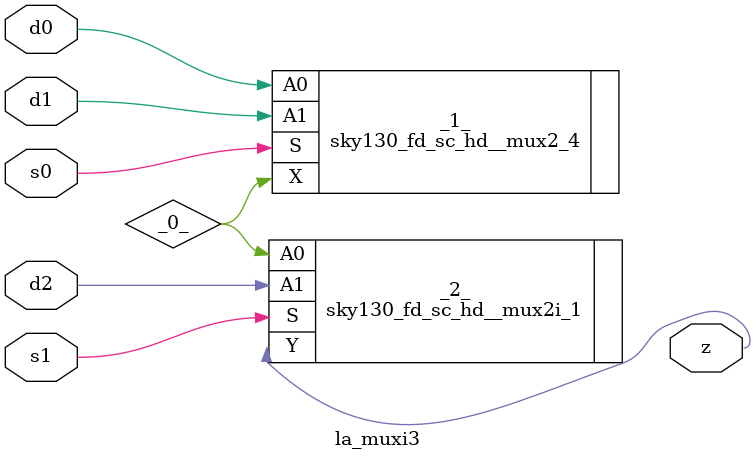
<source format=v>

/* Generated by Yosys 0.37 (git sha1 a5c7f69ed, clang 14.0.0-1ubuntu1.1 -fPIC -Os) */

module la_muxi3(d0, d1, d2, s0, s1, z);
  wire _0_;
  input d0;
  wire d0;
  input d1;
  wire d1;
  input d2;
  wire d2;
  input s0;
  wire s0;
  input s1;
  wire s1;
  output z;
  wire z;
  sky130_fd_sc_hd__mux2_4 _1_ (
    .A0(d0),
    .A1(d1),
    .S(s0),
    .X(_0_)
  );
  sky130_fd_sc_hd__mux2i_1 _2_ (
    .A0(_0_),
    .A1(d2),
    .S(s1),
    .Y(z)
  );
endmodule

</source>
